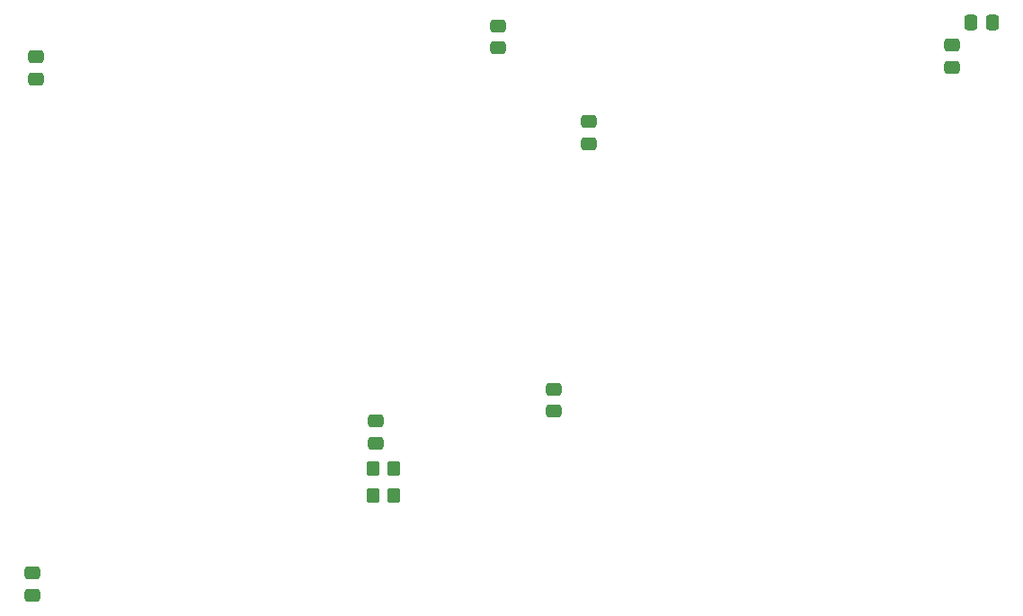
<source format=gbp>
G04 #@! TF.GenerationSoftware,KiCad,Pcbnew,8.0.3*
G04 #@! TF.CreationDate,2024-07-01T22:09:14+02:00*
G04 #@! TF.ProjectId,VFO na esp32,56464f20-6e61-4206-9573-7033322e6b69,rev?*
G04 #@! TF.SameCoordinates,Original*
G04 #@! TF.FileFunction,Paste,Bot*
G04 #@! TF.FilePolarity,Positive*
%FSLAX46Y46*%
G04 Gerber Fmt 4.6, Leading zero omitted, Abs format (unit mm)*
G04 Created by KiCad (PCBNEW 8.0.3) date 2024-07-01 22:09:14*
%MOMM*%
%LPD*%
G01*
G04 APERTURE LIST*
G04 Aperture macros list*
%AMRoundRect*
0 Rectangle with rounded corners*
0 $1 Rounding radius*
0 $2 $3 $4 $5 $6 $7 $8 $9 X,Y pos of 4 corners*
0 Add a 4 corners polygon primitive as box body*
4,1,4,$2,$3,$4,$5,$6,$7,$8,$9,$2,$3,0*
0 Add four circle primitives for the rounded corners*
1,1,$1+$1,$2,$3*
1,1,$1+$1,$4,$5*
1,1,$1+$1,$6,$7*
1,1,$1+$1,$8,$9*
0 Add four rect primitives between the rounded corners*
20,1,$1+$1,$2,$3,$4,$5,0*
20,1,$1+$1,$4,$5,$6,$7,0*
20,1,$1+$1,$6,$7,$8,$9,0*
20,1,$1+$1,$8,$9,$2,$3,0*%
G04 Aperture macros list end*
%ADD10RoundRect,0.250000X0.475000X-0.337500X0.475000X0.337500X-0.475000X0.337500X-0.475000X-0.337500X0*%
%ADD11RoundRect,0.250000X0.337500X0.475000X-0.337500X0.475000X-0.337500X-0.475000X0.337500X-0.475000X0*%
%ADD12RoundRect,0.250000X-0.475000X0.337500X-0.475000X-0.337500X0.475000X-0.337500X0.475000X0.337500X0*%
%ADD13RoundRect,0.250000X0.350000X0.450000X-0.350000X0.450000X-0.350000X-0.450000X0.350000X-0.450000X0*%
G04 APERTURE END LIST*
D10*
X196280000Y-69517500D03*
X196280000Y-67442500D03*
D11*
X200057500Y-65340000D03*
X197982500Y-65340000D03*
D12*
X142000000Y-102852500D03*
X142000000Y-104927500D03*
X109600000Y-117162500D03*
X109600000Y-119237500D03*
D13*
X143690000Y-107360000D03*
X141690000Y-107360000D03*
X143690000Y-109860000D03*
X141690000Y-109860000D03*
D12*
X162000000Y-74662500D03*
X162000000Y-76737500D03*
X153520000Y-65642500D03*
X153520000Y-67717500D03*
X158700000Y-99862500D03*
X158700000Y-101937500D03*
X110000000Y-68562500D03*
X110000000Y-70637500D03*
M02*

</source>
